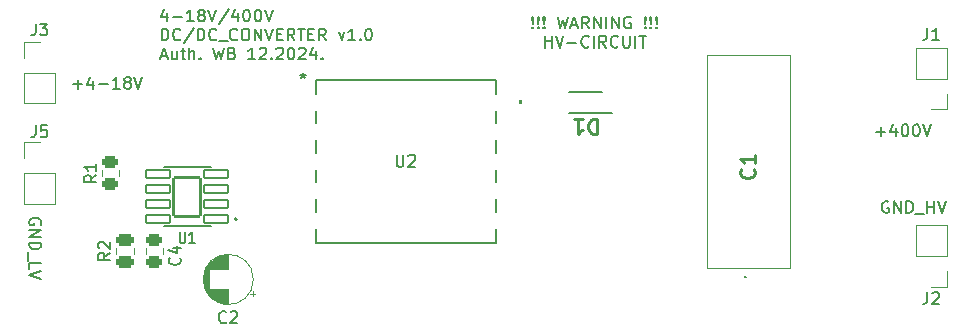
<source format=gbr>
%TF.GenerationSoftware,KiCad,Pcbnew,8.0.2*%
%TF.CreationDate,2024-12-11T18:03:45+01:00*%
%TF.ProjectId,Przetwornica_4_to_400,50727a65-7477-46f7-926e-6963615f345f,rev?*%
%TF.SameCoordinates,Original*%
%TF.FileFunction,Legend,Top*%
%TF.FilePolarity,Positive*%
%FSLAX46Y46*%
G04 Gerber Fmt 4.6, Leading zero omitted, Abs format (unit mm)*
G04 Created by KiCad (PCBNEW 8.0.2) date 2024-12-11 18:03:45*
%MOMM*%
%LPD*%
G01*
G04 APERTURE LIST*
G04 Aperture macros list*
%AMRoundRect*
0 Rectangle with rounded corners*
0 $1 Rounding radius*
0 $2 $3 $4 $5 $6 $7 $8 $9 X,Y pos of 4 corners*
0 Add a 4 corners polygon primitive as box body*
4,1,4,$2,$3,$4,$5,$6,$7,$8,$9,$2,$3,0*
0 Add four circle primitives for the rounded corners*
1,1,$1+$1,$2,$3*
1,1,$1+$1,$4,$5*
1,1,$1+$1,$6,$7*
1,1,$1+$1,$8,$9*
0 Add four rect primitives between the rounded corners*
20,1,$1+$1,$2,$3,$4,$5,0*
20,1,$1+$1,$4,$5,$6,$7,0*
20,1,$1+$1,$6,$7,$8,$9,0*
20,1,$1+$1,$8,$9,$2,$3,0*%
G04 Aperture macros list end*
%ADD10C,0.200000*%
%ADD11C,0.160000*%
%ADD12C,0.254000*%
%ADD13C,0.150000*%
%ADD14C,0.120000*%
%ADD15C,0.127000*%
%ADD16C,0.100000*%
%ADD17C,0.152400*%
%ADD18C,0.000000*%
%ADD19R,1.700000X1.700000*%
%ADD20O,1.700000X1.700000*%
%ADD21RoundRect,0.250000X0.450000X-0.262500X0.450000X0.262500X-0.450000X0.262500X-0.450000X-0.262500X0*%
%ADD22RoundRect,0.250000X-0.475000X0.250000X-0.475000X-0.250000X0.475000X-0.250000X0.475000X0.250000X0*%
%ADD23RoundRect,0.102000X1.140500X1.637000X-1.140500X1.637000X-1.140500X-1.637000X1.140500X-1.637000X0*%
%ADD24RoundRect,0.058800X1.028200X0.333200X-1.028200X0.333200X-1.028200X-0.333200X1.028200X-0.333200X0*%
%ADD25C,1.725000*%
%ADD26R,1.200000X1.200000*%
%ADD27C,1.200000*%
%ADD28R,1.120000X1.080000*%
%ADD29R,1.854200X0.762000*%
G04 APERTURE END LIST*
D10*
X98261906Y-46662036D02*
X98309525Y-46709656D01*
X98309525Y-46709656D02*
X98261906Y-46757275D01*
X98261906Y-46757275D02*
X98214287Y-46709656D01*
X98214287Y-46709656D02*
X98261906Y-46662036D01*
X98261906Y-46662036D02*
X98261906Y-46757275D01*
X98261906Y-46376322D02*
X98214287Y-45804894D01*
X98214287Y-45804894D02*
X98261906Y-45757275D01*
X98261906Y-45757275D02*
X98309525Y-45804894D01*
X98309525Y-45804894D02*
X98261906Y-46376322D01*
X98261906Y-46376322D02*
X98261906Y-45757275D01*
X98738096Y-46662036D02*
X98785715Y-46709656D01*
X98785715Y-46709656D02*
X98738096Y-46757275D01*
X98738096Y-46757275D02*
X98690477Y-46709656D01*
X98690477Y-46709656D02*
X98738096Y-46662036D01*
X98738096Y-46662036D02*
X98738096Y-46757275D01*
X98738096Y-46376322D02*
X98690477Y-45804894D01*
X98690477Y-45804894D02*
X98738096Y-45757275D01*
X98738096Y-45757275D02*
X98785715Y-45804894D01*
X98785715Y-45804894D02*
X98738096Y-46376322D01*
X98738096Y-46376322D02*
X98738096Y-45757275D01*
X99214286Y-46662036D02*
X99261905Y-46709656D01*
X99261905Y-46709656D02*
X99214286Y-46757275D01*
X99214286Y-46757275D02*
X99166667Y-46709656D01*
X99166667Y-46709656D02*
X99214286Y-46662036D01*
X99214286Y-46662036D02*
X99214286Y-46757275D01*
X99214286Y-46376322D02*
X99166667Y-45804894D01*
X99166667Y-45804894D02*
X99214286Y-45757275D01*
X99214286Y-45757275D02*
X99261905Y-45804894D01*
X99261905Y-45804894D02*
X99214286Y-46376322D01*
X99214286Y-46376322D02*
X99214286Y-45757275D01*
X100357143Y-45757275D02*
X100595238Y-46757275D01*
X100595238Y-46757275D02*
X100785714Y-46042989D01*
X100785714Y-46042989D02*
X100976190Y-46757275D01*
X100976190Y-46757275D02*
X101214286Y-45757275D01*
X101547619Y-46471560D02*
X102023809Y-46471560D01*
X101452381Y-46757275D02*
X101785714Y-45757275D01*
X101785714Y-45757275D02*
X102119047Y-46757275D01*
X103023809Y-46757275D02*
X102690476Y-46281084D01*
X102452381Y-46757275D02*
X102452381Y-45757275D01*
X102452381Y-45757275D02*
X102833333Y-45757275D01*
X102833333Y-45757275D02*
X102928571Y-45804894D01*
X102928571Y-45804894D02*
X102976190Y-45852513D01*
X102976190Y-45852513D02*
X103023809Y-45947751D01*
X103023809Y-45947751D02*
X103023809Y-46090608D01*
X103023809Y-46090608D02*
X102976190Y-46185846D01*
X102976190Y-46185846D02*
X102928571Y-46233465D01*
X102928571Y-46233465D02*
X102833333Y-46281084D01*
X102833333Y-46281084D02*
X102452381Y-46281084D01*
X103452381Y-46757275D02*
X103452381Y-45757275D01*
X103452381Y-45757275D02*
X104023809Y-46757275D01*
X104023809Y-46757275D02*
X104023809Y-45757275D01*
X104500000Y-46757275D02*
X104500000Y-45757275D01*
X104976190Y-46757275D02*
X104976190Y-45757275D01*
X104976190Y-45757275D02*
X105547618Y-46757275D01*
X105547618Y-46757275D02*
X105547618Y-45757275D01*
X106547618Y-45804894D02*
X106452380Y-45757275D01*
X106452380Y-45757275D02*
X106309523Y-45757275D01*
X106309523Y-45757275D02*
X106166666Y-45804894D01*
X106166666Y-45804894D02*
X106071428Y-45900132D01*
X106071428Y-45900132D02*
X106023809Y-45995370D01*
X106023809Y-45995370D02*
X105976190Y-46185846D01*
X105976190Y-46185846D02*
X105976190Y-46328703D01*
X105976190Y-46328703D02*
X106023809Y-46519179D01*
X106023809Y-46519179D02*
X106071428Y-46614417D01*
X106071428Y-46614417D02*
X106166666Y-46709656D01*
X106166666Y-46709656D02*
X106309523Y-46757275D01*
X106309523Y-46757275D02*
X106404761Y-46757275D01*
X106404761Y-46757275D02*
X106547618Y-46709656D01*
X106547618Y-46709656D02*
X106595237Y-46662036D01*
X106595237Y-46662036D02*
X106595237Y-46328703D01*
X106595237Y-46328703D02*
X106404761Y-46328703D01*
X107785714Y-46662036D02*
X107833333Y-46709656D01*
X107833333Y-46709656D02*
X107785714Y-46757275D01*
X107785714Y-46757275D02*
X107738095Y-46709656D01*
X107738095Y-46709656D02*
X107785714Y-46662036D01*
X107785714Y-46662036D02*
X107785714Y-46757275D01*
X107785714Y-46376322D02*
X107738095Y-45804894D01*
X107738095Y-45804894D02*
X107785714Y-45757275D01*
X107785714Y-45757275D02*
X107833333Y-45804894D01*
X107833333Y-45804894D02*
X107785714Y-46376322D01*
X107785714Y-46376322D02*
X107785714Y-45757275D01*
X108261904Y-46662036D02*
X108309523Y-46709656D01*
X108309523Y-46709656D02*
X108261904Y-46757275D01*
X108261904Y-46757275D02*
X108214285Y-46709656D01*
X108214285Y-46709656D02*
X108261904Y-46662036D01*
X108261904Y-46662036D02*
X108261904Y-46757275D01*
X108261904Y-46376322D02*
X108214285Y-45804894D01*
X108214285Y-45804894D02*
X108261904Y-45757275D01*
X108261904Y-45757275D02*
X108309523Y-45804894D01*
X108309523Y-45804894D02*
X108261904Y-46376322D01*
X108261904Y-46376322D02*
X108261904Y-45757275D01*
X108738094Y-46662036D02*
X108785713Y-46709656D01*
X108785713Y-46709656D02*
X108738094Y-46757275D01*
X108738094Y-46757275D02*
X108690475Y-46709656D01*
X108690475Y-46709656D02*
X108738094Y-46662036D01*
X108738094Y-46662036D02*
X108738094Y-46757275D01*
X108738094Y-46376322D02*
X108690475Y-45804894D01*
X108690475Y-45804894D02*
X108738094Y-45757275D01*
X108738094Y-45757275D02*
X108785713Y-45804894D01*
X108785713Y-45804894D02*
X108738094Y-46376322D01*
X108738094Y-46376322D02*
X108738094Y-45757275D01*
X99285715Y-48367219D02*
X99285715Y-47367219D01*
X99285715Y-47843409D02*
X99857143Y-47843409D01*
X99857143Y-48367219D02*
X99857143Y-47367219D01*
X100190477Y-47367219D02*
X100523810Y-48367219D01*
X100523810Y-48367219D02*
X100857143Y-47367219D01*
X101190477Y-47986266D02*
X101952382Y-47986266D01*
X103000000Y-48271980D02*
X102952381Y-48319600D01*
X102952381Y-48319600D02*
X102809524Y-48367219D01*
X102809524Y-48367219D02*
X102714286Y-48367219D01*
X102714286Y-48367219D02*
X102571429Y-48319600D01*
X102571429Y-48319600D02*
X102476191Y-48224361D01*
X102476191Y-48224361D02*
X102428572Y-48129123D01*
X102428572Y-48129123D02*
X102380953Y-47938647D01*
X102380953Y-47938647D02*
X102380953Y-47795790D01*
X102380953Y-47795790D02*
X102428572Y-47605314D01*
X102428572Y-47605314D02*
X102476191Y-47510076D01*
X102476191Y-47510076D02*
X102571429Y-47414838D01*
X102571429Y-47414838D02*
X102714286Y-47367219D01*
X102714286Y-47367219D02*
X102809524Y-47367219D01*
X102809524Y-47367219D02*
X102952381Y-47414838D01*
X102952381Y-47414838D02*
X103000000Y-47462457D01*
X103428572Y-48367219D02*
X103428572Y-47367219D01*
X104476190Y-48367219D02*
X104142857Y-47891028D01*
X103904762Y-48367219D02*
X103904762Y-47367219D01*
X103904762Y-47367219D02*
X104285714Y-47367219D01*
X104285714Y-47367219D02*
X104380952Y-47414838D01*
X104380952Y-47414838D02*
X104428571Y-47462457D01*
X104428571Y-47462457D02*
X104476190Y-47557695D01*
X104476190Y-47557695D02*
X104476190Y-47700552D01*
X104476190Y-47700552D02*
X104428571Y-47795790D01*
X104428571Y-47795790D02*
X104380952Y-47843409D01*
X104380952Y-47843409D02*
X104285714Y-47891028D01*
X104285714Y-47891028D02*
X103904762Y-47891028D01*
X105476190Y-48271980D02*
X105428571Y-48319600D01*
X105428571Y-48319600D02*
X105285714Y-48367219D01*
X105285714Y-48367219D02*
X105190476Y-48367219D01*
X105190476Y-48367219D02*
X105047619Y-48319600D01*
X105047619Y-48319600D02*
X104952381Y-48224361D01*
X104952381Y-48224361D02*
X104904762Y-48129123D01*
X104904762Y-48129123D02*
X104857143Y-47938647D01*
X104857143Y-47938647D02*
X104857143Y-47795790D01*
X104857143Y-47795790D02*
X104904762Y-47605314D01*
X104904762Y-47605314D02*
X104952381Y-47510076D01*
X104952381Y-47510076D02*
X105047619Y-47414838D01*
X105047619Y-47414838D02*
X105190476Y-47367219D01*
X105190476Y-47367219D02*
X105285714Y-47367219D01*
X105285714Y-47367219D02*
X105428571Y-47414838D01*
X105428571Y-47414838D02*
X105476190Y-47462457D01*
X105904762Y-47367219D02*
X105904762Y-48176742D01*
X105904762Y-48176742D02*
X105952381Y-48271980D01*
X105952381Y-48271980D02*
X106000000Y-48319600D01*
X106000000Y-48319600D02*
X106095238Y-48367219D01*
X106095238Y-48367219D02*
X106285714Y-48367219D01*
X106285714Y-48367219D02*
X106380952Y-48319600D01*
X106380952Y-48319600D02*
X106428571Y-48271980D01*
X106428571Y-48271980D02*
X106476190Y-48176742D01*
X106476190Y-48176742D02*
X106476190Y-47367219D01*
X106952381Y-48367219D02*
X106952381Y-47367219D01*
X107285714Y-47367219D02*
X107857142Y-47367219D01*
X107571428Y-48367219D02*
X107571428Y-47367219D01*
D11*
X67271929Y-45482744D02*
X67271929Y-46149411D01*
X67033834Y-45101792D02*
X66795739Y-45816077D01*
X66795739Y-45816077D02*
X67414786Y-45816077D01*
X67795739Y-45768458D02*
X68557644Y-45768458D01*
X69557643Y-46149411D02*
X68986215Y-46149411D01*
X69271929Y-46149411D02*
X69271929Y-45149411D01*
X69271929Y-45149411D02*
X69176691Y-45292268D01*
X69176691Y-45292268D02*
X69081453Y-45387506D01*
X69081453Y-45387506D02*
X68986215Y-45435125D01*
X70129072Y-45577982D02*
X70033834Y-45530363D01*
X70033834Y-45530363D02*
X69986215Y-45482744D01*
X69986215Y-45482744D02*
X69938596Y-45387506D01*
X69938596Y-45387506D02*
X69938596Y-45339887D01*
X69938596Y-45339887D02*
X69986215Y-45244649D01*
X69986215Y-45244649D02*
X70033834Y-45197030D01*
X70033834Y-45197030D02*
X70129072Y-45149411D01*
X70129072Y-45149411D02*
X70319548Y-45149411D01*
X70319548Y-45149411D02*
X70414786Y-45197030D01*
X70414786Y-45197030D02*
X70462405Y-45244649D01*
X70462405Y-45244649D02*
X70510024Y-45339887D01*
X70510024Y-45339887D02*
X70510024Y-45387506D01*
X70510024Y-45387506D02*
X70462405Y-45482744D01*
X70462405Y-45482744D02*
X70414786Y-45530363D01*
X70414786Y-45530363D02*
X70319548Y-45577982D01*
X70319548Y-45577982D02*
X70129072Y-45577982D01*
X70129072Y-45577982D02*
X70033834Y-45625601D01*
X70033834Y-45625601D02*
X69986215Y-45673220D01*
X69986215Y-45673220D02*
X69938596Y-45768458D01*
X69938596Y-45768458D02*
X69938596Y-45958934D01*
X69938596Y-45958934D02*
X69986215Y-46054172D01*
X69986215Y-46054172D02*
X70033834Y-46101792D01*
X70033834Y-46101792D02*
X70129072Y-46149411D01*
X70129072Y-46149411D02*
X70319548Y-46149411D01*
X70319548Y-46149411D02*
X70414786Y-46101792D01*
X70414786Y-46101792D02*
X70462405Y-46054172D01*
X70462405Y-46054172D02*
X70510024Y-45958934D01*
X70510024Y-45958934D02*
X70510024Y-45768458D01*
X70510024Y-45768458D02*
X70462405Y-45673220D01*
X70462405Y-45673220D02*
X70414786Y-45625601D01*
X70414786Y-45625601D02*
X70319548Y-45577982D01*
X70795739Y-45149411D02*
X71129072Y-46149411D01*
X71129072Y-46149411D02*
X71462405Y-45149411D01*
X72510024Y-45101792D02*
X71652882Y-46387506D01*
X73271929Y-45482744D02*
X73271929Y-46149411D01*
X73033834Y-45101792D02*
X72795739Y-45816077D01*
X72795739Y-45816077D02*
X73414786Y-45816077D01*
X73986215Y-45149411D02*
X74081453Y-45149411D01*
X74081453Y-45149411D02*
X74176691Y-45197030D01*
X74176691Y-45197030D02*
X74224310Y-45244649D01*
X74224310Y-45244649D02*
X74271929Y-45339887D01*
X74271929Y-45339887D02*
X74319548Y-45530363D01*
X74319548Y-45530363D02*
X74319548Y-45768458D01*
X74319548Y-45768458D02*
X74271929Y-45958934D01*
X74271929Y-45958934D02*
X74224310Y-46054172D01*
X74224310Y-46054172D02*
X74176691Y-46101792D01*
X74176691Y-46101792D02*
X74081453Y-46149411D01*
X74081453Y-46149411D02*
X73986215Y-46149411D01*
X73986215Y-46149411D02*
X73890977Y-46101792D01*
X73890977Y-46101792D02*
X73843358Y-46054172D01*
X73843358Y-46054172D02*
X73795739Y-45958934D01*
X73795739Y-45958934D02*
X73748120Y-45768458D01*
X73748120Y-45768458D02*
X73748120Y-45530363D01*
X73748120Y-45530363D02*
X73795739Y-45339887D01*
X73795739Y-45339887D02*
X73843358Y-45244649D01*
X73843358Y-45244649D02*
X73890977Y-45197030D01*
X73890977Y-45197030D02*
X73986215Y-45149411D01*
X74938596Y-45149411D02*
X75033834Y-45149411D01*
X75033834Y-45149411D02*
X75129072Y-45197030D01*
X75129072Y-45197030D02*
X75176691Y-45244649D01*
X75176691Y-45244649D02*
X75224310Y-45339887D01*
X75224310Y-45339887D02*
X75271929Y-45530363D01*
X75271929Y-45530363D02*
X75271929Y-45768458D01*
X75271929Y-45768458D02*
X75224310Y-45958934D01*
X75224310Y-45958934D02*
X75176691Y-46054172D01*
X75176691Y-46054172D02*
X75129072Y-46101792D01*
X75129072Y-46101792D02*
X75033834Y-46149411D01*
X75033834Y-46149411D02*
X74938596Y-46149411D01*
X74938596Y-46149411D02*
X74843358Y-46101792D01*
X74843358Y-46101792D02*
X74795739Y-46054172D01*
X74795739Y-46054172D02*
X74748120Y-45958934D01*
X74748120Y-45958934D02*
X74700501Y-45768458D01*
X74700501Y-45768458D02*
X74700501Y-45530363D01*
X74700501Y-45530363D02*
X74748120Y-45339887D01*
X74748120Y-45339887D02*
X74795739Y-45244649D01*
X74795739Y-45244649D02*
X74843358Y-45197030D01*
X74843358Y-45197030D02*
X74938596Y-45149411D01*
X75557644Y-45149411D02*
X75890977Y-46149411D01*
X75890977Y-46149411D02*
X76224310Y-45149411D01*
X66843358Y-47759355D02*
X66843358Y-46759355D01*
X66843358Y-46759355D02*
X67081453Y-46759355D01*
X67081453Y-46759355D02*
X67224310Y-46806974D01*
X67224310Y-46806974D02*
X67319548Y-46902212D01*
X67319548Y-46902212D02*
X67367167Y-46997450D01*
X67367167Y-46997450D02*
X67414786Y-47187926D01*
X67414786Y-47187926D02*
X67414786Y-47330783D01*
X67414786Y-47330783D02*
X67367167Y-47521259D01*
X67367167Y-47521259D02*
X67319548Y-47616497D01*
X67319548Y-47616497D02*
X67224310Y-47711736D01*
X67224310Y-47711736D02*
X67081453Y-47759355D01*
X67081453Y-47759355D02*
X66843358Y-47759355D01*
X68414786Y-47664116D02*
X68367167Y-47711736D01*
X68367167Y-47711736D02*
X68224310Y-47759355D01*
X68224310Y-47759355D02*
X68129072Y-47759355D01*
X68129072Y-47759355D02*
X67986215Y-47711736D01*
X67986215Y-47711736D02*
X67890977Y-47616497D01*
X67890977Y-47616497D02*
X67843358Y-47521259D01*
X67843358Y-47521259D02*
X67795739Y-47330783D01*
X67795739Y-47330783D02*
X67795739Y-47187926D01*
X67795739Y-47187926D02*
X67843358Y-46997450D01*
X67843358Y-46997450D02*
X67890977Y-46902212D01*
X67890977Y-46902212D02*
X67986215Y-46806974D01*
X67986215Y-46806974D02*
X68129072Y-46759355D01*
X68129072Y-46759355D02*
X68224310Y-46759355D01*
X68224310Y-46759355D02*
X68367167Y-46806974D01*
X68367167Y-46806974D02*
X68414786Y-46854593D01*
X69557643Y-46711736D02*
X68700501Y-47997450D01*
X69890977Y-47759355D02*
X69890977Y-46759355D01*
X69890977Y-46759355D02*
X70129072Y-46759355D01*
X70129072Y-46759355D02*
X70271929Y-46806974D01*
X70271929Y-46806974D02*
X70367167Y-46902212D01*
X70367167Y-46902212D02*
X70414786Y-46997450D01*
X70414786Y-46997450D02*
X70462405Y-47187926D01*
X70462405Y-47187926D02*
X70462405Y-47330783D01*
X70462405Y-47330783D02*
X70414786Y-47521259D01*
X70414786Y-47521259D02*
X70367167Y-47616497D01*
X70367167Y-47616497D02*
X70271929Y-47711736D01*
X70271929Y-47711736D02*
X70129072Y-47759355D01*
X70129072Y-47759355D02*
X69890977Y-47759355D01*
X71462405Y-47664116D02*
X71414786Y-47711736D01*
X71414786Y-47711736D02*
X71271929Y-47759355D01*
X71271929Y-47759355D02*
X71176691Y-47759355D01*
X71176691Y-47759355D02*
X71033834Y-47711736D01*
X71033834Y-47711736D02*
X70938596Y-47616497D01*
X70938596Y-47616497D02*
X70890977Y-47521259D01*
X70890977Y-47521259D02*
X70843358Y-47330783D01*
X70843358Y-47330783D02*
X70843358Y-47187926D01*
X70843358Y-47187926D02*
X70890977Y-46997450D01*
X70890977Y-46997450D02*
X70938596Y-46902212D01*
X70938596Y-46902212D02*
X71033834Y-46806974D01*
X71033834Y-46806974D02*
X71176691Y-46759355D01*
X71176691Y-46759355D02*
X71271929Y-46759355D01*
X71271929Y-46759355D02*
X71414786Y-46806974D01*
X71414786Y-46806974D02*
X71462405Y-46854593D01*
X71652882Y-47854593D02*
X72414786Y-47854593D01*
X73224310Y-47664116D02*
X73176691Y-47711736D01*
X73176691Y-47711736D02*
X73033834Y-47759355D01*
X73033834Y-47759355D02*
X72938596Y-47759355D01*
X72938596Y-47759355D02*
X72795739Y-47711736D01*
X72795739Y-47711736D02*
X72700501Y-47616497D01*
X72700501Y-47616497D02*
X72652882Y-47521259D01*
X72652882Y-47521259D02*
X72605263Y-47330783D01*
X72605263Y-47330783D02*
X72605263Y-47187926D01*
X72605263Y-47187926D02*
X72652882Y-46997450D01*
X72652882Y-46997450D02*
X72700501Y-46902212D01*
X72700501Y-46902212D02*
X72795739Y-46806974D01*
X72795739Y-46806974D02*
X72938596Y-46759355D01*
X72938596Y-46759355D02*
X73033834Y-46759355D01*
X73033834Y-46759355D02*
X73176691Y-46806974D01*
X73176691Y-46806974D02*
X73224310Y-46854593D01*
X73843358Y-46759355D02*
X74033834Y-46759355D01*
X74033834Y-46759355D02*
X74129072Y-46806974D01*
X74129072Y-46806974D02*
X74224310Y-46902212D01*
X74224310Y-46902212D02*
X74271929Y-47092688D01*
X74271929Y-47092688D02*
X74271929Y-47426021D01*
X74271929Y-47426021D02*
X74224310Y-47616497D01*
X74224310Y-47616497D02*
X74129072Y-47711736D01*
X74129072Y-47711736D02*
X74033834Y-47759355D01*
X74033834Y-47759355D02*
X73843358Y-47759355D01*
X73843358Y-47759355D02*
X73748120Y-47711736D01*
X73748120Y-47711736D02*
X73652882Y-47616497D01*
X73652882Y-47616497D02*
X73605263Y-47426021D01*
X73605263Y-47426021D02*
X73605263Y-47092688D01*
X73605263Y-47092688D02*
X73652882Y-46902212D01*
X73652882Y-46902212D02*
X73748120Y-46806974D01*
X73748120Y-46806974D02*
X73843358Y-46759355D01*
X74700501Y-47759355D02*
X74700501Y-46759355D01*
X74700501Y-46759355D02*
X75271929Y-47759355D01*
X75271929Y-47759355D02*
X75271929Y-46759355D01*
X75605263Y-46759355D02*
X75938596Y-47759355D01*
X75938596Y-47759355D02*
X76271929Y-46759355D01*
X76605263Y-47235545D02*
X76938596Y-47235545D01*
X77081453Y-47759355D02*
X76605263Y-47759355D01*
X76605263Y-47759355D02*
X76605263Y-46759355D01*
X76605263Y-46759355D02*
X77081453Y-46759355D01*
X78081453Y-47759355D02*
X77748120Y-47283164D01*
X77510025Y-47759355D02*
X77510025Y-46759355D01*
X77510025Y-46759355D02*
X77890977Y-46759355D01*
X77890977Y-46759355D02*
X77986215Y-46806974D01*
X77986215Y-46806974D02*
X78033834Y-46854593D01*
X78033834Y-46854593D02*
X78081453Y-46949831D01*
X78081453Y-46949831D02*
X78081453Y-47092688D01*
X78081453Y-47092688D02*
X78033834Y-47187926D01*
X78033834Y-47187926D02*
X77986215Y-47235545D01*
X77986215Y-47235545D02*
X77890977Y-47283164D01*
X77890977Y-47283164D02*
X77510025Y-47283164D01*
X78367168Y-46759355D02*
X78938596Y-46759355D01*
X78652882Y-47759355D02*
X78652882Y-46759355D01*
X79271930Y-47235545D02*
X79605263Y-47235545D01*
X79748120Y-47759355D02*
X79271930Y-47759355D01*
X79271930Y-47759355D02*
X79271930Y-46759355D01*
X79271930Y-46759355D02*
X79748120Y-46759355D01*
X80748120Y-47759355D02*
X80414787Y-47283164D01*
X80176692Y-47759355D02*
X80176692Y-46759355D01*
X80176692Y-46759355D02*
X80557644Y-46759355D01*
X80557644Y-46759355D02*
X80652882Y-46806974D01*
X80652882Y-46806974D02*
X80700501Y-46854593D01*
X80700501Y-46854593D02*
X80748120Y-46949831D01*
X80748120Y-46949831D02*
X80748120Y-47092688D01*
X80748120Y-47092688D02*
X80700501Y-47187926D01*
X80700501Y-47187926D02*
X80652882Y-47235545D01*
X80652882Y-47235545D02*
X80557644Y-47283164D01*
X80557644Y-47283164D02*
X80176692Y-47283164D01*
X81843359Y-47092688D02*
X82081454Y-47759355D01*
X82081454Y-47759355D02*
X82319549Y-47092688D01*
X83224311Y-47759355D02*
X82652883Y-47759355D01*
X82938597Y-47759355D02*
X82938597Y-46759355D01*
X82938597Y-46759355D02*
X82843359Y-46902212D01*
X82843359Y-46902212D02*
X82748121Y-46997450D01*
X82748121Y-46997450D02*
X82652883Y-47045069D01*
X83652883Y-47664116D02*
X83700502Y-47711736D01*
X83700502Y-47711736D02*
X83652883Y-47759355D01*
X83652883Y-47759355D02*
X83605264Y-47711736D01*
X83605264Y-47711736D02*
X83652883Y-47664116D01*
X83652883Y-47664116D02*
X83652883Y-47759355D01*
X84319549Y-46759355D02*
X84414787Y-46759355D01*
X84414787Y-46759355D02*
X84510025Y-46806974D01*
X84510025Y-46806974D02*
X84557644Y-46854593D01*
X84557644Y-46854593D02*
X84605263Y-46949831D01*
X84605263Y-46949831D02*
X84652882Y-47140307D01*
X84652882Y-47140307D02*
X84652882Y-47378402D01*
X84652882Y-47378402D02*
X84605263Y-47568878D01*
X84605263Y-47568878D02*
X84557644Y-47664116D01*
X84557644Y-47664116D02*
X84510025Y-47711736D01*
X84510025Y-47711736D02*
X84414787Y-47759355D01*
X84414787Y-47759355D02*
X84319549Y-47759355D01*
X84319549Y-47759355D02*
X84224311Y-47711736D01*
X84224311Y-47711736D02*
X84176692Y-47664116D01*
X84176692Y-47664116D02*
X84129073Y-47568878D01*
X84129073Y-47568878D02*
X84081454Y-47378402D01*
X84081454Y-47378402D02*
X84081454Y-47140307D01*
X84081454Y-47140307D02*
X84129073Y-46949831D01*
X84129073Y-46949831D02*
X84176692Y-46854593D01*
X84176692Y-46854593D02*
X84224311Y-46806974D01*
X84224311Y-46806974D02*
X84319549Y-46759355D01*
X66795739Y-49083584D02*
X67271929Y-49083584D01*
X66700501Y-49369299D02*
X67033834Y-48369299D01*
X67033834Y-48369299D02*
X67367167Y-49369299D01*
X68129072Y-48702632D02*
X68129072Y-49369299D01*
X67700501Y-48702632D02*
X67700501Y-49226441D01*
X67700501Y-49226441D02*
X67748120Y-49321680D01*
X67748120Y-49321680D02*
X67843358Y-49369299D01*
X67843358Y-49369299D02*
X67986215Y-49369299D01*
X67986215Y-49369299D02*
X68081453Y-49321680D01*
X68081453Y-49321680D02*
X68129072Y-49274060D01*
X68462406Y-48702632D02*
X68843358Y-48702632D01*
X68605263Y-48369299D02*
X68605263Y-49226441D01*
X68605263Y-49226441D02*
X68652882Y-49321680D01*
X68652882Y-49321680D02*
X68748120Y-49369299D01*
X68748120Y-49369299D02*
X68843358Y-49369299D01*
X69176692Y-49369299D02*
X69176692Y-48369299D01*
X69605263Y-49369299D02*
X69605263Y-48845489D01*
X69605263Y-48845489D02*
X69557644Y-48750251D01*
X69557644Y-48750251D02*
X69462406Y-48702632D01*
X69462406Y-48702632D02*
X69319549Y-48702632D01*
X69319549Y-48702632D02*
X69224311Y-48750251D01*
X69224311Y-48750251D02*
X69176692Y-48797870D01*
X70081454Y-49274060D02*
X70129073Y-49321680D01*
X70129073Y-49321680D02*
X70081454Y-49369299D01*
X70081454Y-49369299D02*
X70033835Y-49321680D01*
X70033835Y-49321680D02*
X70081454Y-49274060D01*
X70081454Y-49274060D02*
X70081454Y-49369299D01*
X71224311Y-48369299D02*
X71462406Y-49369299D01*
X71462406Y-49369299D02*
X71652882Y-48655013D01*
X71652882Y-48655013D02*
X71843358Y-49369299D01*
X71843358Y-49369299D02*
X72081454Y-48369299D01*
X72795739Y-48845489D02*
X72938596Y-48893108D01*
X72938596Y-48893108D02*
X72986215Y-48940727D01*
X72986215Y-48940727D02*
X73033834Y-49035965D01*
X73033834Y-49035965D02*
X73033834Y-49178822D01*
X73033834Y-49178822D02*
X72986215Y-49274060D01*
X72986215Y-49274060D02*
X72938596Y-49321680D01*
X72938596Y-49321680D02*
X72843358Y-49369299D01*
X72843358Y-49369299D02*
X72462406Y-49369299D01*
X72462406Y-49369299D02*
X72462406Y-48369299D01*
X72462406Y-48369299D02*
X72795739Y-48369299D01*
X72795739Y-48369299D02*
X72890977Y-48416918D01*
X72890977Y-48416918D02*
X72938596Y-48464537D01*
X72938596Y-48464537D02*
X72986215Y-48559775D01*
X72986215Y-48559775D02*
X72986215Y-48655013D01*
X72986215Y-48655013D02*
X72938596Y-48750251D01*
X72938596Y-48750251D02*
X72890977Y-48797870D01*
X72890977Y-48797870D02*
X72795739Y-48845489D01*
X72795739Y-48845489D02*
X72462406Y-48845489D01*
X74748120Y-49369299D02*
X74176692Y-49369299D01*
X74462406Y-49369299D02*
X74462406Y-48369299D01*
X74462406Y-48369299D02*
X74367168Y-48512156D01*
X74367168Y-48512156D02*
X74271930Y-48607394D01*
X74271930Y-48607394D02*
X74176692Y-48655013D01*
X75129073Y-48464537D02*
X75176692Y-48416918D01*
X75176692Y-48416918D02*
X75271930Y-48369299D01*
X75271930Y-48369299D02*
X75510025Y-48369299D01*
X75510025Y-48369299D02*
X75605263Y-48416918D01*
X75605263Y-48416918D02*
X75652882Y-48464537D01*
X75652882Y-48464537D02*
X75700501Y-48559775D01*
X75700501Y-48559775D02*
X75700501Y-48655013D01*
X75700501Y-48655013D02*
X75652882Y-48797870D01*
X75652882Y-48797870D02*
X75081454Y-49369299D01*
X75081454Y-49369299D02*
X75700501Y-49369299D01*
X76129073Y-49274060D02*
X76176692Y-49321680D01*
X76176692Y-49321680D02*
X76129073Y-49369299D01*
X76129073Y-49369299D02*
X76081454Y-49321680D01*
X76081454Y-49321680D02*
X76129073Y-49274060D01*
X76129073Y-49274060D02*
X76129073Y-49369299D01*
X76557644Y-48464537D02*
X76605263Y-48416918D01*
X76605263Y-48416918D02*
X76700501Y-48369299D01*
X76700501Y-48369299D02*
X76938596Y-48369299D01*
X76938596Y-48369299D02*
X77033834Y-48416918D01*
X77033834Y-48416918D02*
X77081453Y-48464537D01*
X77081453Y-48464537D02*
X77129072Y-48559775D01*
X77129072Y-48559775D02*
X77129072Y-48655013D01*
X77129072Y-48655013D02*
X77081453Y-48797870D01*
X77081453Y-48797870D02*
X76510025Y-49369299D01*
X76510025Y-49369299D02*
X77129072Y-49369299D01*
X77748120Y-48369299D02*
X77843358Y-48369299D01*
X77843358Y-48369299D02*
X77938596Y-48416918D01*
X77938596Y-48416918D02*
X77986215Y-48464537D01*
X77986215Y-48464537D02*
X78033834Y-48559775D01*
X78033834Y-48559775D02*
X78081453Y-48750251D01*
X78081453Y-48750251D02*
X78081453Y-48988346D01*
X78081453Y-48988346D02*
X78033834Y-49178822D01*
X78033834Y-49178822D02*
X77986215Y-49274060D01*
X77986215Y-49274060D02*
X77938596Y-49321680D01*
X77938596Y-49321680D02*
X77843358Y-49369299D01*
X77843358Y-49369299D02*
X77748120Y-49369299D01*
X77748120Y-49369299D02*
X77652882Y-49321680D01*
X77652882Y-49321680D02*
X77605263Y-49274060D01*
X77605263Y-49274060D02*
X77557644Y-49178822D01*
X77557644Y-49178822D02*
X77510025Y-48988346D01*
X77510025Y-48988346D02*
X77510025Y-48750251D01*
X77510025Y-48750251D02*
X77557644Y-48559775D01*
X77557644Y-48559775D02*
X77605263Y-48464537D01*
X77605263Y-48464537D02*
X77652882Y-48416918D01*
X77652882Y-48416918D02*
X77748120Y-48369299D01*
X78462406Y-48464537D02*
X78510025Y-48416918D01*
X78510025Y-48416918D02*
X78605263Y-48369299D01*
X78605263Y-48369299D02*
X78843358Y-48369299D01*
X78843358Y-48369299D02*
X78938596Y-48416918D01*
X78938596Y-48416918D02*
X78986215Y-48464537D01*
X78986215Y-48464537D02*
X79033834Y-48559775D01*
X79033834Y-48559775D02*
X79033834Y-48655013D01*
X79033834Y-48655013D02*
X78986215Y-48797870D01*
X78986215Y-48797870D02*
X78414787Y-49369299D01*
X78414787Y-49369299D02*
X79033834Y-49369299D01*
X79890977Y-48702632D02*
X79890977Y-49369299D01*
X79652882Y-48321680D02*
X79414787Y-49035965D01*
X79414787Y-49035965D02*
X80033834Y-49035965D01*
X80414787Y-49274060D02*
X80462406Y-49321680D01*
X80462406Y-49321680D02*
X80414787Y-49369299D01*
X80414787Y-49369299D02*
X80367168Y-49321680D01*
X80367168Y-49321680D02*
X80414787Y-49274060D01*
X80414787Y-49274060D02*
X80414787Y-49369299D01*
X127343358Y-55488346D02*
X128105263Y-55488346D01*
X127724310Y-55869299D02*
X127724310Y-55107394D01*
X129010024Y-55202632D02*
X129010024Y-55869299D01*
X128771929Y-54821680D02*
X128533834Y-55535965D01*
X128533834Y-55535965D02*
X129152881Y-55535965D01*
X129724310Y-54869299D02*
X129819548Y-54869299D01*
X129819548Y-54869299D02*
X129914786Y-54916918D01*
X129914786Y-54916918D02*
X129962405Y-54964537D01*
X129962405Y-54964537D02*
X130010024Y-55059775D01*
X130010024Y-55059775D02*
X130057643Y-55250251D01*
X130057643Y-55250251D02*
X130057643Y-55488346D01*
X130057643Y-55488346D02*
X130010024Y-55678822D01*
X130010024Y-55678822D02*
X129962405Y-55774060D01*
X129962405Y-55774060D02*
X129914786Y-55821680D01*
X129914786Y-55821680D02*
X129819548Y-55869299D01*
X129819548Y-55869299D02*
X129724310Y-55869299D01*
X129724310Y-55869299D02*
X129629072Y-55821680D01*
X129629072Y-55821680D02*
X129581453Y-55774060D01*
X129581453Y-55774060D02*
X129533834Y-55678822D01*
X129533834Y-55678822D02*
X129486215Y-55488346D01*
X129486215Y-55488346D02*
X129486215Y-55250251D01*
X129486215Y-55250251D02*
X129533834Y-55059775D01*
X129533834Y-55059775D02*
X129581453Y-54964537D01*
X129581453Y-54964537D02*
X129629072Y-54916918D01*
X129629072Y-54916918D02*
X129724310Y-54869299D01*
X130676691Y-54869299D02*
X130771929Y-54869299D01*
X130771929Y-54869299D02*
X130867167Y-54916918D01*
X130867167Y-54916918D02*
X130914786Y-54964537D01*
X130914786Y-54964537D02*
X130962405Y-55059775D01*
X130962405Y-55059775D02*
X131010024Y-55250251D01*
X131010024Y-55250251D02*
X131010024Y-55488346D01*
X131010024Y-55488346D02*
X130962405Y-55678822D01*
X130962405Y-55678822D02*
X130914786Y-55774060D01*
X130914786Y-55774060D02*
X130867167Y-55821680D01*
X130867167Y-55821680D02*
X130771929Y-55869299D01*
X130771929Y-55869299D02*
X130676691Y-55869299D01*
X130676691Y-55869299D02*
X130581453Y-55821680D01*
X130581453Y-55821680D02*
X130533834Y-55774060D01*
X130533834Y-55774060D02*
X130486215Y-55678822D01*
X130486215Y-55678822D02*
X130438596Y-55488346D01*
X130438596Y-55488346D02*
X130438596Y-55250251D01*
X130438596Y-55250251D02*
X130486215Y-55059775D01*
X130486215Y-55059775D02*
X130533834Y-54964537D01*
X130533834Y-54964537D02*
X130581453Y-54916918D01*
X130581453Y-54916918D02*
X130676691Y-54869299D01*
X131295739Y-54869299D02*
X131629072Y-55869299D01*
X131629072Y-55869299D02*
X131962405Y-54869299D01*
X59343358Y-51488346D02*
X60105263Y-51488346D01*
X59724310Y-51869299D02*
X59724310Y-51107394D01*
X61010024Y-51202632D02*
X61010024Y-51869299D01*
X60771929Y-50821680D02*
X60533834Y-51535965D01*
X60533834Y-51535965D02*
X61152881Y-51535965D01*
X61533834Y-51488346D02*
X62295739Y-51488346D01*
X63295738Y-51869299D02*
X62724310Y-51869299D01*
X63010024Y-51869299D02*
X63010024Y-50869299D01*
X63010024Y-50869299D02*
X62914786Y-51012156D01*
X62914786Y-51012156D02*
X62819548Y-51107394D01*
X62819548Y-51107394D02*
X62724310Y-51155013D01*
X63867167Y-51297870D02*
X63771929Y-51250251D01*
X63771929Y-51250251D02*
X63724310Y-51202632D01*
X63724310Y-51202632D02*
X63676691Y-51107394D01*
X63676691Y-51107394D02*
X63676691Y-51059775D01*
X63676691Y-51059775D02*
X63724310Y-50964537D01*
X63724310Y-50964537D02*
X63771929Y-50916918D01*
X63771929Y-50916918D02*
X63867167Y-50869299D01*
X63867167Y-50869299D02*
X64057643Y-50869299D01*
X64057643Y-50869299D02*
X64152881Y-50916918D01*
X64152881Y-50916918D02*
X64200500Y-50964537D01*
X64200500Y-50964537D02*
X64248119Y-51059775D01*
X64248119Y-51059775D02*
X64248119Y-51107394D01*
X64248119Y-51107394D02*
X64200500Y-51202632D01*
X64200500Y-51202632D02*
X64152881Y-51250251D01*
X64152881Y-51250251D02*
X64057643Y-51297870D01*
X64057643Y-51297870D02*
X63867167Y-51297870D01*
X63867167Y-51297870D02*
X63771929Y-51345489D01*
X63771929Y-51345489D02*
X63724310Y-51393108D01*
X63724310Y-51393108D02*
X63676691Y-51488346D01*
X63676691Y-51488346D02*
X63676691Y-51678822D01*
X63676691Y-51678822D02*
X63724310Y-51774060D01*
X63724310Y-51774060D02*
X63771929Y-51821680D01*
X63771929Y-51821680D02*
X63867167Y-51869299D01*
X63867167Y-51869299D02*
X64057643Y-51869299D01*
X64057643Y-51869299D02*
X64152881Y-51821680D01*
X64152881Y-51821680D02*
X64200500Y-51774060D01*
X64200500Y-51774060D02*
X64248119Y-51678822D01*
X64248119Y-51678822D02*
X64248119Y-51488346D01*
X64248119Y-51488346D02*
X64200500Y-51393108D01*
X64200500Y-51393108D02*
X64152881Y-51345489D01*
X64152881Y-51345489D02*
X64057643Y-51297870D01*
X64533834Y-50869299D02*
X64867167Y-51869299D01*
X64867167Y-51869299D02*
X65200500Y-50869299D01*
X128367167Y-61416918D02*
X128271929Y-61369299D01*
X128271929Y-61369299D02*
X128129072Y-61369299D01*
X128129072Y-61369299D02*
X127986215Y-61416918D01*
X127986215Y-61416918D02*
X127890977Y-61512156D01*
X127890977Y-61512156D02*
X127843358Y-61607394D01*
X127843358Y-61607394D02*
X127795739Y-61797870D01*
X127795739Y-61797870D02*
X127795739Y-61940727D01*
X127795739Y-61940727D02*
X127843358Y-62131203D01*
X127843358Y-62131203D02*
X127890977Y-62226441D01*
X127890977Y-62226441D02*
X127986215Y-62321680D01*
X127986215Y-62321680D02*
X128129072Y-62369299D01*
X128129072Y-62369299D02*
X128224310Y-62369299D01*
X128224310Y-62369299D02*
X128367167Y-62321680D01*
X128367167Y-62321680D02*
X128414786Y-62274060D01*
X128414786Y-62274060D02*
X128414786Y-61940727D01*
X128414786Y-61940727D02*
X128224310Y-61940727D01*
X128843358Y-62369299D02*
X128843358Y-61369299D01*
X128843358Y-61369299D02*
X129414786Y-62369299D01*
X129414786Y-62369299D02*
X129414786Y-61369299D01*
X129890977Y-62369299D02*
X129890977Y-61369299D01*
X129890977Y-61369299D02*
X130129072Y-61369299D01*
X130129072Y-61369299D02*
X130271929Y-61416918D01*
X130271929Y-61416918D02*
X130367167Y-61512156D01*
X130367167Y-61512156D02*
X130414786Y-61607394D01*
X130414786Y-61607394D02*
X130462405Y-61797870D01*
X130462405Y-61797870D02*
X130462405Y-61940727D01*
X130462405Y-61940727D02*
X130414786Y-62131203D01*
X130414786Y-62131203D02*
X130367167Y-62226441D01*
X130367167Y-62226441D02*
X130271929Y-62321680D01*
X130271929Y-62321680D02*
X130129072Y-62369299D01*
X130129072Y-62369299D02*
X129890977Y-62369299D01*
X130652882Y-62464537D02*
X131414786Y-62464537D01*
X131652882Y-62369299D02*
X131652882Y-61369299D01*
X131652882Y-61845489D02*
X132224310Y-61845489D01*
X132224310Y-62369299D02*
X132224310Y-61369299D01*
X132557644Y-61369299D02*
X132890977Y-62369299D01*
X132890977Y-62369299D02*
X133224310Y-61369299D01*
X56583081Y-63367167D02*
X56630700Y-63271929D01*
X56630700Y-63271929D02*
X56630700Y-63129072D01*
X56630700Y-63129072D02*
X56583081Y-62986215D01*
X56583081Y-62986215D02*
X56487843Y-62890977D01*
X56487843Y-62890977D02*
X56392605Y-62843358D01*
X56392605Y-62843358D02*
X56202129Y-62795739D01*
X56202129Y-62795739D02*
X56059272Y-62795739D01*
X56059272Y-62795739D02*
X55868796Y-62843358D01*
X55868796Y-62843358D02*
X55773558Y-62890977D01*
X55773558Y-62890977D02*
X55678320Y-62986215D01*
X55678320Y-62986215D02*
X55630700Y-63129072D01*
X55630700Y-63129072D02*
X55630700Y-63224310D01*
X55630700Y-63224310D02*
X55678320Y-63367167D01*
X55678320Y-63367167D02*
X55725939Y-63414786D01*
X55725939Y-63414786D02*
X56059272Y-63414786D01*
X56059272Y-63414786D02*
X56059272Y-63224310D01*
X55630700Y-63843358D02*
X56630700Y-63843358D01*
X56630700Y-63843358D02*
X55630700Y-64414786D01*
X55630700Y-64414786D02*
X56630700Y-64414786D01*
X55630700Y-64890977D02*
X56630700Y-64890977D01*
X56630700Y-64890977D02*
X56630700Y-65129072D01*
X56630700Y-65129072D02*
X56583081Y-65271929D01*
X56583081Y-65271929D02*
X56487843Y-65367167D01*
X56487843Y-65367167D02*
X56392605Y-65414786D01*
X56392605Y-65414786D02*
X56202129Y-65462405D01*
X56202129Y-65462405D02*
X56059272Y-65462405D01*
X56059272Y-65462405D02*
X55868796Y-65414786D01*
X55868796Y-65414786D02*
X55773558Y-65367167D01*
X55773558Y-65367167D02*
X55678320Y-65271929D01*
X55678320Y-65271929D02*
X55630700Y-65129072D01*
X55630700Y-65129072D02*
X55630700Y-64890977D01*
X55535462Y-65652882D02*
X55535462Y-66414786D01*
X55630700Y-67129072D02*
X55630700Y-66652882D01*
X55630700Y-66652882D02*
X56630700Y-66652882D01*
X56630700Y-67319549D02*
X55630700Y-67652882D01*
X55630700Y-67652882D02*
X56630700Y-67986215D01*
X131666666Y-69074299D02*
X131666666Y-69788584D01*
X131666666Y-69788584D02*
X131619047Y-69931441D01*
X131619047Y-69931441D02*
X131523809Y-70026680D01*
X131523809Y-70026680D02*
X131380952Y-70074299D01*
X131380952Y-70074299D02*
X131285714Y-70074299D01*
X132095238Y-69169537D02*
X132142857Y-69121918D01*
X132142857Y-69121918D02*
X132238095Y-69074299D01*
X132238095Y-69074299D02*
X132476190Y-69074299D01*
X132476190Y-69074299D02*
X132571428Y-69121918D01*
X132571428Y-69121918D02*
X132619047Y-69169537D01*
X132619047Y-69169537D02*
X132666666Y-69264775D01*
X132666666Y-69264775D02*
X132666666Y-69360013D01*
X132666666Y-69360013D02*
X132619047Y-69502870D01*
X132619047Y-69502870D02*
X132047619Y-70074299D01*
X132047619Y-70074299D02*
X132666666Y-70074299D01*
X62454299Y-65754166D02*
X61978108Y-66087499D01*
X62454299Y-66325594D02*
X61454299Y-66325594D01*
X61454299Y-66325594D02*
X61454299Y-65944642D01*
X61454299Y-65944642D02*
X61501918Y-65849404D01*
X61501918Y-65849404D02*
X61549537Y-65801785D01*
X61549537Y-65801785D02*
X61644775Y-65754166D01*
X61644775Y-65754166D02*
X61787632Y-65754166D01*
X61787632Y-65754166D02*
X61882870Y-65801785D01*
X61882870Y-65801785D02*
X61930489Y-65849404D01*
X61930489Y-65849404D02*
X61978108Y-65944642D01*
X61978108Y-65944642D02*
X61978108Y-66325594D01*
X61549537Y-65373213D02*
X61501918Y-65325594D01*
X61501918Y-65325594D02*
X61454299Y-65230356D01*
X61454299Y-65230356D02*
X61454299Y-64992261D01*
X61454299Y-64992261D02*
X61501918Y-64897023D01*
X61501918Y-64897023D02*
X61549537Y-64849404D01*
X61549537Y-64849404D02*
X61644775Y-64801785D01*
X61644775Y-64801785D02*
X61740013Y-64801785D01*
X61740013Y-64801785D02*
X61882870Y-64849404D01*
X61882870Y-64849404D02*
X62454299Y-65420832D01*
X62454299Y-65420832D02*
X62454299Y-64801785D01*
X68359060Y-66166666D02*
X68406680Y-66214285D01*
X68406680Y-66214285D02*
X68454299Y-66357142D01*
X68454299Y-66357142D02*
X68454299Y-66452380D01*
X68454299Y-66452380D02*
X68406680Y-66595237D01*
X68406680Y-66595237D02*
X68311441Y-66690475D01*
X68311441Y-66690475D02*
X68216203Y-66738094D01*
X68216203Y-66738094D02*
X68025727Y-66785713D01*
X68025727Y-66785713D02*
X67882870Y-66785713D01*
X67882870Y-66785713D02*
X67692394Y-66738094D01*
X67692394Y-66738094D02*
X67597156Y-66690475D01*
X67597156Y-66690475D02*
X67501918Y-66595237D01*
X67501918Y-66595237D02*
X67454299Y-66452380D01*
X67454299Y-66452380D02*
X67454299Y-66357142D01*
X67454299Y-66357142D02*
X67501918Y-66214285D01*
X67501918Y-66214285D02*
X67549537Y-66166666D01*
X67787632Y-65309523D02*
X68454299Y-65309523D01*
X67406680Y-65547618D02*
X68120965Y-65785713D01*
X68120965Y-65785713D02*
X68120965Y-65166666D01*
X68390476Y-63954299D02*
X68390476Y-64763822D01*
X68390476Y-64763822D02*
X68428571Y-64859060D01*
X68428571Y-64859060D02*
X68466666Y-64906680D01*
X68466666Y-64906680D02*
X68542857Y-64954299D01*
X68542857Y-64954299D02*
X68695238Y-64954299D01*
X68695238Y-64954299D02*
X68771428Y-64906680D01*
X68771428Y-64906680D02*
X68809523Y-64859060D01*
X68809523Y-64859060D02*
X68847619Y-64763822D01*
X68847619Y-64763822D02*
X68847619Y-63954299D01*
X69647618Y-64954299D02*
X69190475Y-64954299D01*
X69419047Y-64954299D02*
X69419047Y-63954299D01*
X69419047Y-63954299D02*
X69342856Y-64097156D01*
X69342856Y-64097156D02*
X69266666Y-64192394D01*
X69266666Y-64192394D02*
X69190475Y-64240013D01*
X61304299Y-59166666D02*
X60828108Y-59499999D01*
X61304299Y-59738094D02*
X60304299Y-59738094D01*
X60304299Y-59738094D02*
X60304299Y-59357142D01*
X60304299Y-59357142D02*
X60351918Y-59261904D01*
X60351918Y-59261904D02*
X60399537Y-59214285D01*
X60399537Y-59214285D02*
X60494775Y-59166666D01*
X60494775Y-59166666D02*
X60637632Y-59166666D01*
X60637632Y-59166666D02*
X60732870Y-59214285D01*
X60732870Y-59214285D02*
X60780489Y-59261904D01*
X60780489Y-59261904D02*
X60828108Y-59357142D01*
X60828108Y-59357142D02*
X60828108Y-59738094D01*
X61304299Y-58214285D02*
X61304299Y-58785713D01*
X61304299Y-58499999D02*
X60304299Y-58499999D01*
X60304299Y-58499999D02*
X60447156Y-58595237D01*
X60447156Y-58595237D02*
X60542394Y-58690475D01*
X60542394Y-58690475D02*
X60590013Y-58785713D01*
X56166666Y-46349299D02*
X56166666Y-47063584D01*
X56166666Y-47063584D02*
X56119047Y-47206441D01*
X56119047Y-47206441D02*
X56023809Y-47301680D01*
X56023809Y-47301680D02*
X55880952Y-47349299D01*
X55880952Y-47349299D02*
X55785714Y-47349299D01*
X56547619Y-46349299D02*
X57166666Y-46349299D01*
X57166666Y-46349299D02*
X56833333Y-46730251D01*
X56833333Y-46730251D02*
X56976190Y-46730251D01*
X56976190Y-46730251D02*
X57071428Y-46777870D01*
X57071428Y-46777870D02*
X57119047Y-46825489D01*
X57119047Y-46825489D02*
X57166666Y-46920727D01*
X57166666Y-46920727D02*
X57166666Y-47158822D01*
X57166666Y-47158822D02*
X57119047Y-47254060D01*
X57119047Y-47254060D02*
X57071428Y-47301680D01*
X57071428Y-47301680D02*
X56976190Y-47349299D01*
X56976190Y-47349299D02*
X56690476Y-47349299D01*
X56690476Y-47349299D02*
X56595238Y-47301680D01*
X56595238Y-47301680D02*
X56547619Y-47254060D01*
D12*
X116953365Y-58636666D02*
X117013842Y-58697142D01*
X117013842Y-58697142D02*
X117074318Y-58878571D01*
X117074318Y-58878571D02*
X117074318Y-58999523D01*
X117074318Y-58999523D02*
X117013842Y-59180952D01*
X117013842Y-59180952D02*
X116892889Y-59301904D01*
X116892889Y-59301904D02*
X116771937Y-59362381D01*
X116771937Y-59362381D02*
X116530032Y-59422857D01*
X116530032Y-59422857D02*
X116348603Y-59422857D01*
X116348603Y-59422857D02*
X116106699Y-59362381D01*
X116106699Y-59362381D02*
X115985746Y-59301904D01*
X115985746Y-59301904D02*
X115864794Y-59180952D01*
X115864794Y-59180952D02*
X115804318Y-58999523D01*
X115804318Y-58999523D02*
X115804318Y-58878571D01*
X115804318Y-58878571D02*
X115864794Y-58697142D01*
X115864794Y-58697142D02*
X115925270Y-58636666D01*
X117074318Y-57427142D02*
X117074318Y-58152857D01*
X117074318Y-57790000D02*
X115804318Y-57790000D01*
X115804318Y-57790000D02*
X115985746Y-57910952D01*
X115985746Y-57910952D02*
X116106699Y-58031904D01*
X116106699Y-58031904D02*
X116167175Y-58152857D01*
D11*
X131666666Y-46704299D02*
X131666666Y-47418584D01*
X131666666Y-47418584D02*
X131619047Y-47561441D01*
X131619047Y-47561441D02*
X131523809Y-47656680D01*
X131523809Y-47656680D02*
X131380952Y-47704299D01*
X131380952Y-47704299D02*
X131285714Y-47704299D01*
X132666666Y-47704299D02*
X132095238Y-47704299D01*
X132380952Y-47704299D02*
X132380952Y-46704299D01*
X132380952Y-46704299D02*
X132285714Y-46847156D01*
X132285714Y-46847156D02*
X132190476Y-46942394D01*
X132190476Y-46942394D02*
X132095238Y-46990013D01*
X72305933Y-71609060D02*
X72258314Y-71656680D01*
X72258314Y-71656680D02*
X72115457Y-71704299D01*
X72115457Y-71704299D02*
X72020219Y-71704299D01*
X72020219Y-71704299D02*
X71877362Y-71656680D01*
X71877362Y-71656680D02*
X71782124Y-71561441D01*
X71782124Y-71561441D02*
X71734505Y-71466203D01*
X71734505Y-71466203D02*
X71686886Y-71275727D01*
X71686886Y-71275727D02*
X71686886Y-71132870D01*
X71686886Y-71132870D02*
X71734505Y-70942394D01*
X71734505Y-70942394D02*
X71782124Y-70847156D01*
X71782124Y-70847156D02*
X71877362Y-70751918D01*
X71877362Y-70751918D02*
X72020219Y-70704299D01*
X72020219Y-70704299D02*
X72115457Y-70704299D01*
X72115457Y-70704299D02*
X72258314Y-70751918D01*
X72258314Y-70751918D02*
X72305933Y-70799537D01*
X72686886Y-70799537D02*
X72734505Y-70751918D01*
X72734505Y-70751918D02*
X72829743Y-70704299D01*
X72829743Y-70704299D02*
X73067838Y-70704299D01*
X73067838Y-70704299D02*
X73163076Y-70751918D01*
X73163076Y-70751918D02*
X73210695Y-70799537D01*
X73210695Y-70799537D02*
X73258314Y-70894775D01*
X73258314Y-70894775D02*
X73258314Y-70990013D01*
X73258314Y-70990013D02*
X73210695Y-71132870D01*
X73210695Y-71132870D02*
X72639267Y-71704299D01*
X72639267Y-71704299D02*
X73258314Y-71704299D01*
D12*
X103687381Y-54425681D02*
X103687381Y-55695681D01*
X103687381Y-55695681D02*
X103385000Y-55695681D01*
X103385000Y-55695681D02*
X103203571Y-55635205D01*
X103203571Y-55635205D02*
X103082619Y-55514253D01*
X103082619Y-55514253D02*
X103022142Y-55393300D01*
X103022142Y-55393300D02*
X102961666Y-55151396D01*
X102961666Y-55151396D02*
X102961666Y-54969967D01*
X102961666Y-54969967D02*
X103022142Y-54728062D01*
X103022142Y-54728062D02*
X103082619Y-54607110D01*
X103082619Y-54607110D02*
X103203571Y-54486158D01*
X103203571Y-54486158D02*
X103385000Y-54425681D01*
X103385000Y-54425681D02*
X103687381Y-54425681D01*
X101752142Y-54425681D02*
X102477857Y-54425681D01*
X102115000Y-54425681D02*
X102115000Y-55695681D01*
X102115000Y-55695681D02*
X102235952Y-55514253D01*
X102235952Y-55514253D02*
X102356904Y-55393300D01*
X102356904Y-55393300D02*
X102477857Y-55332824D01*
D11*
X86738095Y-57454299D02*
X86738095Y-58263822D01*
X86738095Y-58263822D02*
X86785714Y-58359060D01*
X86785714Y-58359060D02*
X86833333Y-58406680D01*
X86833333Y-58406680D02*
X86928571Y-58454299D01*
X86928571Y-58454299D02*
X87119047Y-58454299D01*
X87119047Y-58454299D02*
X87214285Y-58406680D01*
X87214285Y-58406680D02*
X87261904Y-58359060D01*
X87261904Y-58359060D02*
X87309523Y-58263822D01*
X87309523Y-58263822D02*
X87309523Y-57454299D01*
X87738095Y-57549537D02*
X87785714Y-57501918D01*
X87785714Y-57501918D02*
X87880952Y-57454299D01*
X87880952Y-57454299D02*
X88119047Y-57454299D01*
X88119047Y-57454299D02*
X88214285Y-57501918D01*
X88214285Y-57501918D02*
X88261904Y-57549537D01*
X88261904Y-57549537D02*
X88309523Y-57644775D01*
X88309523Y-57644775D02*
X88309523Y-57740013D01*
X88309523Y-57740013D02*
X88261904Y-57882870D01*
X88261904Y-57882870D02*
X87690476Y-58454299D01*
X87690476Y-58454299D02*
X88309523Y-58454299D01*
D13*
X78813200Y-50549575D02*
X78813200Y-50787670D01*
X78575105Y-50692432D02*
X78813200Y-50787670D01*
X78813200Y-50787670D02*
X79051295Y-50692432D01*
X78670343Y-50978146D02*
X78813200Y-50787670D01*
X78813200Y-50787670D02*
X78956057Y-50978146D01*
X78813200Y-50549575D02*
X78813200Y-50787670D01*
X78575105Y-50692432D02*
X78813200Y-50787670D01*
X78813200Y-50787670D02*
X79051295Y-50692432D01*
X78670343Y-50978146D02*
X78813200Y-50787670D01*
X78813200Y-50787670D02*
X78956057Y-50978146D01*
D11*
X56166666Y-54954299D02*
X56166666Y-55668584D01*
X56166666Y-55668584D02*
X56119047Y-55811441D01*
X56119047Y-55811441D02*
X56023809Y-55906680D01*
X56023809Y-55906680D02*
X55880952Y-55954299D01*
X55880952Y-55954299D02*
X55785714Y-55954299D01*
X57119047Y-54954299D02*
X56642857Y-54954299D01*
X56642857Y-54954299D02*
X56595238Y-55430489D01*
X56595238Y-55430489D02*
X56642857Y-55382870D01*
X56642857Y-55382870D02*
X56738095Y-55335251D01*
X56738095Y-55335251D02*
X56976190Y-55335251D01*
X56976190Y-55335251D02*
X57071428Y-55382870D01*
X57071428Y-55382870D02*
X57119047Y-55430489D01*
X57119047Y-55430489D02*
X57166666Y-55525727D01*
X57166666Y-55525727D02*
X57166666Y-55763822D01*
X57166666Y-55763822D02*
X57119047Y-55859060D01*
X57119047Y-55859060D02*
X57071428Y-55906680D01*
X57071428Y-55906680D02*
X56976190Y-55954299D01*
X56976190Y-55954299D02*
X56738095Y-55954299D01*
X56738095Y-55954299D02*
X56642857Y-55906680D01*
X56642857Y-55906680D02*
X56595238Y-55859060D01*
D14*
%TO.C,J2*%
X130670000Y-66020000D02*
X130670000Y-63420000D01*
X133330000Y-63420000D02*
X130670000Y-63420000D01*
X133330000Y-66020000D02*
X130670000Y-66020000D01*
X133330000Y-66020000D02*
X133330000Y-63420000D01*
X133330000Y-67290000D02*
X133330000Y-68620000D01*
X133330000Y-68620000D02*
X132000000Y-68620000D01*
%TO.C,R2*%
X65486250Y-65814564D02*
X65486250Y-65360436D01*
X66956250Y-65814564D02*
X66956250Y-65360436D01*
%TO.C,C4*%
X62986250Y-65346248D02*
X62986250Y-65868752D01*
X64456250Y-65346248D02*
X64456250Y-65868752D01*
D10*
%TO.C,U1*%
X73228000Y-62905000D02*
G75*
G02*
X73028000Y-62905000I-100000J0D01*
G01*
X73028000Y-62905000D02*
G75*
G02*
X73228000Y-62905000I100000J0D01*
G01*
D15*
X70990000Y-63509000D02*
X67010000Y-63509000D01*
X70990000Y-58491000D02*
X67010000Y-58491000D01*
D14*
%TO.C,R1*%
X61765000Y-59227064D02*
X61765000Y-58772936D01*
X63235000Y-59227064D02*
X63235000Y-58772936D01*
%TO.C,J3*%
X55170000Y-47895000D02*
X56500000Y-47895000D01*
X55170000Y-49225000D02*
X55170000Y-47895000D01*
X55170000Y-50495000D02*
X55170000Y-53095000D01*
X55170000Y-50495000D02*
X57830000Y-50495000D01*
X55170000Y-53095000D02*
X57830000Y-53095000D01*
X57830000Y-50495000D02*
X57830000Y-53095000D01*
D16*
%TO.C,C1*%
X113000000Y-49000000D02*
X120000000Y-49000000D01*
X113000000Y-67000000D02*
X113000000Y-49000000D01*
D10*
X116200000Y-67800000D02*
X116200000Y-67800000D01*
X116200000Y-67800000D02*
X116200000Y-67800000D01*
X116300000Y-67800000D02*
X116300000Y-67800000D01*
D16*
X120000000Y-49000000D02*
X120000000Y-67000000D01*
X120000000Y-67000000D02*
X113000000Y-67000000D01*
D10*
X116200000Y-67800000D02*
G75*
G02*
X116300000Y-67800000I50000J0D01*
G01*
X116300000Y-67800000D02*
G75*
G02*
X116200000Y-67800000I-50000J0D01*
G01*
X116300000Y-67800000D02*
G75*
G02*
X116200000Y-67800000I-50000J0D01*
G01*
D14*
%TO.C,J1*%
X130670000Y-51005000D02*
X130670000Y-48405000D01*
X133330000Y-48405000D02*
X130670000Y-48405000D01*
X133330000Y-51005000D02*
X130670000Y-51005000D01*
X133330000Y-51005000D02*
X133330000Y-48405000D01*
X133330000Y-52275000D02*
X133330000Y-53605000D01*
X133330000Y-53605000D02*
X132000000Y-53605000D01*
%TO.C,C2*%
X70391600Y-68370000D02*
X70391600Y-67630000D01*
X70431600Y-68537000D02*
X70431600Y-67463000D01*
X70471600Y-68664000D02*
X70471600Y-67336000D01*
X70511600Y-68768000D02*
X70511600Y-67232000D01*
X70551600Y-68859000D02*
X70551600Y-67141000D01*
X70591600Y-68940000D02*
X70591600Y-67060000D01*
X70631600Y-69013000D02*
X70631600Y-66987000D01*
X70671600Y-69080000D02*
X70671600Y-66920000D01*
X70711600Y-69142000D02*
X70711600Y-66858000D01*
X70751600Y-69200000D02*
X70751600Y-66800000D01*
X70791600Y-69254000D02*
X70791600Y-66746000D01*
X70831600Y-69304000D02*
X70831600Y-66696000D01*
X70871600Y-69351000D02*
X70871600Y-66649000D01*
X70911600Y-67160000D02*
X70911600Y-66604000D01*
X70911600Y-69396000D02*
X70911600Y-68840000D01*
X70951600Y-67160000D02*
X70951600Y-66562000D01*
X70951600Y-69438000D02*
X70951600Y-68840000D01*
X70991600Y-67160000D02*
X70991600Y-66522000D01*
X70991600Y-69478000D02*
X70991600Y-68840000D01*
X71031600Y-67160000D02*
X71031600Y-66484000D01*
X71031600Y-69516000D02*
X71031600Y-68840000D01*
X71071600Y-67160000D02*
X71071600Y-66448000D01*
X71071600Y-69552000D02*
X71071600Y-68840000D01*
X71111600Y-67160000D02*
X71111600Y-66413000D01*
X71111600Y-69587000D02*
X71111600Y-68840000D01*
X71151600Y-67160000D02*
X71151600Y-66381000D01*
X71151600Y-69619000D02*
X71151600Y-68840000D01*
X71191600Y-67160000D02*
X71191600Y-66350000D01*
X71191600Y-69650000D02*
X71191600Y-68840000D01*
X71231600Y-67160000D02*
X71231600Y-66320000D01*
X71231600Y-69680000D02*
X71231600Y-68840000D01*
X71271600Y-67160000D02*
X71271600Y-66292000D01*
X71271600Y-69708000D02*
X71271600Y-68840000D01*
X71311600Y-67160000D02*
X71311600Y-66265000D01*
X71311600Y-69735000D02*
X71311600Y-68840000D01*
X71351600Y-67160000D02*
X71351600Y-66240000D01*
X71351600Y-69760000D02*
X71351600Y-68840000D01*
X71391600Y-67160000D02*
X71391600Y-66215000D01*
X71391600Y-69785000D02*
X71391600Y-68840000D01*
X71431600Y-67160000D02*
X71431600Y-66192000D01*
X71431600Y-69808000D02*
X71431600Y-68840000D01*
X71471600Y-67160000D02*
X71471600Y-66170000D01*
X71471600Y-69830000D02*
X71471600Y-68840000D01*
X71511600Y-67160000D02*
X71511600Y-66149000D01*
X71511600Y-69851000D02*
X71511600Y-68840000D01*
X71551600Y-67160000D02*
X71551600Y-66130000D01*
X71551600Y-69870000D02*
X71551600Y-68840000D01*
X71591600Y-67160000D02*
X71591600Y-66111000D01*
X71591600Y-69889000D02*
X71591600Y-68840000D01*
X71631600Y-67160000D02*
X71631600Y-66093000D01*
X71631600Y-69907000D02*
X71631600Y-68840000D01*
X71671600Y-67160000D02*
X71671600Y-66076000D01*
X71671600Y-69924000D02*
X71671600Y-68840000D01*
X71711600Y-67160000D02*
X71711600Y-66060000D01*
X71711600Y-69940000D02*
X71711600Y-68840000D01*
X71751600Y-67160000D02*
X71751600Y-66046000D01*
X71751600Y-69954000D02*
X71751600Y-68840000D01*
X71792600Y-67160000D02*
X71792600Y-66032000D01*
X71792600Y-69968000D02*
X71792600Y-68840000D01*
X71832600Y-67160000D02*
X71832600Y-66018000D01*
X71832600Y-69982000D02*
X71832600Y-68840000D01*
X71872600Y-67160000D02*
X71872600Y-66006000D01*
X71872600Y-69994000D02*
X71872600Y-68840000D01*
X71912600Y-67160000D02*
X71912600Y-65995000D01*
X71912600Y-70005000D02*
X71912600Y-68840000D01*
X71952600Y-67160000D02*
X71952600Y-65984000D01*
X71952600Y-70016000D02*
X71952600Y-68840000D01*
X71992600Y-67160000D02*
X71992600Y-65975000D01*
X71992600Y-70025000D02*
X71992600Y-68840000D01*
X72032600Y-67160000D02*
X72032600Y-65966000D01*
X72032600Y-70034000D02*
X72032600Y-68840000D01*
X72072600Y-67160000D02*
X72072600Y-65958000D01*
X72072600Y-70042000D02*
X72072600Y-68840000D01*
X72112600Y-67160000D02*
X72112600Y-65950000D01*
X72112600Y-70050000D02*
X72112600Y-68840000D01*
X72152600Y-67160000D02*
X72152600Y-65944000D01*
X72152600Y-70056000D02*
X72152600Y-68840000D01*
X72192600Y-67160000D02*
X72192600Y-65938000D01*
X72192600Y-70062000D02*
X72192600Y-68840000D01*
X72232600Y-67160000D02*
X72232600Y-65933000D01*
X72232600Y-70067000D02*
X72232600Y-68840000D01*
X72272600Y-67160000D02*
X72272600Y-65929000D01*
X72272600Y-70071000D02*
X72272600Y-68840000D01*
X72312600Y-67160000D02*
X72312600Y-65926000D01*
X72312600Y-70074000D02*
X72312600Y-68840000D01*
X72352600Y-67160000D02*
X72352600Y-65923000D01*
X72352600Y-70077000D02*
X72352600Y-68840000D01*
X72392600Y-67160000D02*
X72392600Y-65921000D01*
X72392600Y-70079000D02*
X72392600Y-68840000D01*
X72432600Y-67160000D02*
X72432600Y-65920000D01*
X72432600Y-70080000D02*
X72432600Y-68840000D01*
X72472600Y-67160000D02*
X72472600Y-65920000D01*
X72472600Y-70080000D02*
X72472600Y-68840000D01*
X74542401Y-69395000D02*
X74542401Y-68995000D01*
X74742401Y-69195000D02*
X74342401Y-69195000D01*
X74592600Y-68000000D02*
G75*
G02*
X70352600Y-68000000I-2120000J0D01*
G01*
X70352600Y-68000000D02*
G75*
G02*
X74592600Y-68000000I2120000J0D01*
G01*
D10*
%TO.C,D1*%
X104150000Y-52100000D02*
X101350000Y-52100000D01*
X104935000Y-53900000D02*
X101350000Y-53900000D01*
D17*
%TO.C,U2*%
X79867300Y-51116600D02*
X79867300Y-52286016D01*
X79867300Y-53713496D02*
X79867300Y-54786138D01*
X79867300Y-56213618D02*
X79867300Y-57286260D01*
X79867300Y-58713740D02*
X79867300Y-59786382D01*
X79867300Y-61213862D02*
X79867300Y-62286504D01*
X79867300Y-63713984D02*
X79867300Y-64883400D01*
X79867300Y-64883400D02*
X95132700Y-64883400D01*
X95132700Y-51116600D02*
X79867300Y-51116600D01*
X95132700Y-52286016D02*
X95132700Y-51116600D01*
X95132700Y-54786138D02*
X95132700Y-53713496D01*
X95132700Y-57286260D02*
X95132700Y-56213618D01*
X95132700Y-59786382D02*
X95132700Y-58713740D01*
X95132700Y-62286504D02*
X95132700Y-61213862D01*
X95132700Y-64883400D02*
X95132700Y-63713984D01*
D18*
G36*
X97367900Y-53190256D02*
G01*
X97113900Y-53190256D01*
X97113900Y-52809256D01*
X97367900Y-52809256D01*
X97367900Y-53190256D01*
G37*
D14*
%TO.C,J5*%
X55170000Y-56395000D02*
X56500000Y-56395000D01*
X55170000Y-57725000D02*
X55170000Y-56395000D01*
X55170000Y-58995000D02*
X55170000Y-61595000D01*
X55170000Y-58995000D02*
X57830000Y-58995000D01*
X55170000Y-61595000D02*
X57830000Y-61595000D01*
X57830000Y-58995000D02*
X57830000Y-61595000D01*
%TD*%
%LPC*%
D19*
%TO.C,J2*%
X132000000Y-67290000D03*
D20*
X132000000Y-64750000D03*
%TD*%
D21*
%TO.C,R2*%
X66221250Y-66500000D03*
X66221250Y-64675000D03*
%TD*%
D22*
%TO.C,C4*%
X63721250Y-64657500D03*
X63721250Y-66557500D03*
%TD*%
D23*
%TO.C,U1*%
X69000000Y-61000000D03*
D24*
X66530000Y-62905000D03*
X66530000Y-61635000D03*
X66530000Y-60365000D03*
X66530000Y-59095000D03*
X71470000Y-59095000D03*
X71470000Y-60365000D03*
X71470000Y-61635000D03*
X71470000Y-62905000D03*
%TD*%
D21*
%TO.C,R1*%
X62500000Y-59912500D03*
X62500000Y-58087500D03*
%TD*%
D19*
%TO.C,J3*%
X56500000Y-49225000D03*
D20*
X56500000Y-51765000D03*
%TD*%
D25*
%TO.C,C1*%
X116500000Y-65500000D03*
X116500000Y-50500000D03*
%TD*%
D19*
%TO.C,J1*%
X132000000Y-52275000D03*
D20*
X132000000Y-49735000D03*
%TD*%
D26*
%TO.C,C2*%
X73222600Y-68000000D03*
D27*
X71722600Y-68000000D03*
%TD*%
D28*
%TO.C,D1*%
X104375000Y-53000000D03*
X101125000Y-53000000D03*
%TD*%
D29*
%TO.C,U2*%
X79067200Y-52999756D03*
X79067200Y-55499878D03*
X79067200Y-58000000D03*
X79067200Y-60500122D03*
X79067200Y-63000244D03*
X95932800Y-63000244D03*
X95932800Y-60500122D03*
X95932800Y-58000000D03*
X95932800Y-55499878D03*
X95932800Y-52999756D03*
%TD*%
D19*
%TO.C,J5*%
X56500000Y-57725000D03*
D20*
X56500000Y-60265000D03*
%TD*%
%LPD*%
M02*

</source>
